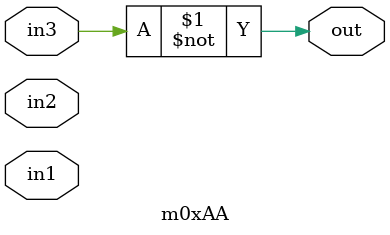
<source format=v>
module m0xAA (input in2, in1, in3, output out);


	not (out, in3);

endmodule

</source>
